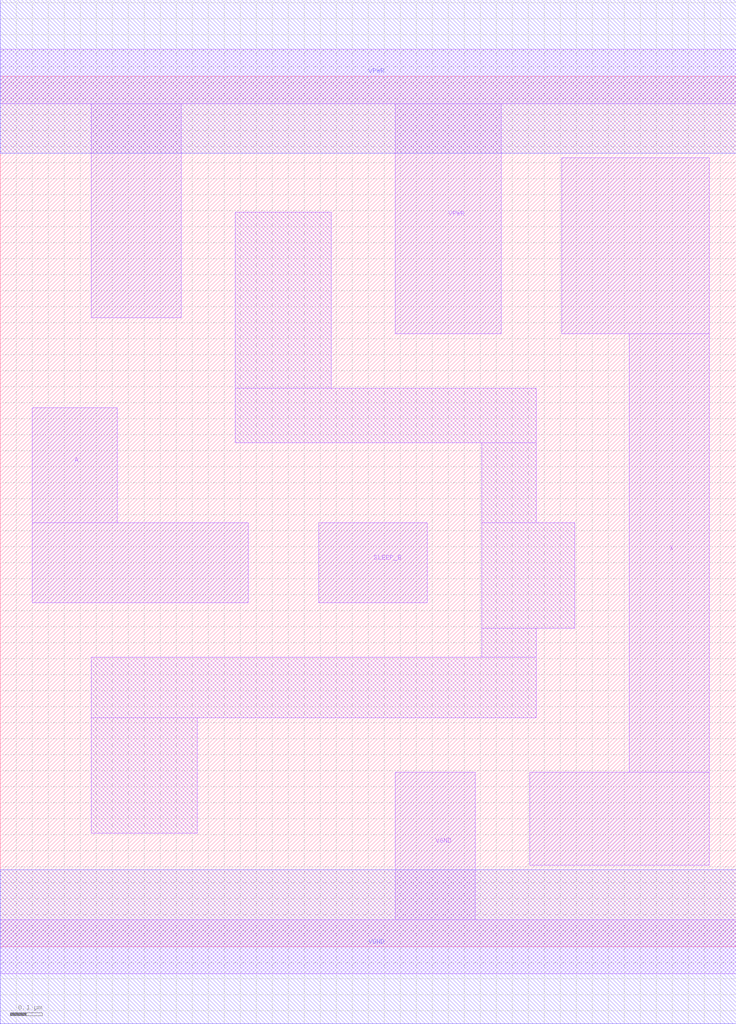
<source format=lef>
# Copyright 2020 The SkyWater PDK Authors
#
# Licensed under the Apache License, Version 2.0 (the "License");
# you may not use this file except in compliance with the License.
# You may obtain a copy of the License at
#
#     https://www.apache.org/licenses/LICENSE-2.0
#
# Unless required by applicable law or agreed to in writing, software
# distributed under the License is distributed on an "AS IS" BASIS,
# WITHOUT WARRANTIES OR CONDITIONS OF ANY KIND, either express or implied.
# See the License for the specific language governing permissions and
# limitations under the License.
#
# SPDX-License-Identifier: Apache-2.0

VERSION 5.5 ;
NAMESCASESENSITIVE ON ;
BUSBITCHARS "[]" ;
DIVIDERCHAR "/" ;
MACRO sky130_fd_sc_hd__lpflow_inputiso0n_1
  CLASS CORE ;
  SOURCE USER ;
  ORIGIN  0.000000  0.000000 ;
  SIZE  2.300000 BY  2.720000 ;
  SYMMETRY X Y R90 ;
  SITE unithd ;
  PIN A
    ANTENNAGATEAREA  0.126000 ;
    DIRECTION INPUT ;
    USE SIGNAL ;
    PORT
      LAYER li1 ;
        RECT 0.100000 1.075000 0.775000 1.325000 ;
        RECT 0.100000 1.325000 0.365000 1.685000 ;
    END
  END A
  PIN SLEEP_B
    ANTENNAGATEAREA  0.126000 ;
    DIRECTION INPUT ;
    USE SIGNAL ;
    PORT
      LAYER li1 ;
        RECT 0.995000 1.075000 1.335000 1.325000 ;
    END
  END SLEEP_B
  PIN X
    ANTENNADIFFAREA  0.657000 ;
    DIRECTION OUTPUT ;
    USE SIGNAL ;
    PORT
      LAYER li1 ;
        RECT 1.655000 0.255000 2.215000 0.545000 ;
        RECT 1.755000 1.915000 2.215000 2.465000 ;
        RECT 1.965000 0.545000 2.215000 1.915000 ;
    END
  END X
  PIN VGND
    DIRECTION INOUT ;
    SHAPE ABUTMENT ;
    USE GROUND ;
    PORT
      LAYER li1 ;
        RECT 0.000000 -0.085000 2.300000 0.085000 ;
        RECT 1.235000  0.085000 1.485000 0.545000 ;
    END
    PORT
      LAYER met1 ;
        RECT 0.000000 -0.240000 2.300000 0.240000 ;
    END
  END VGND
  PIN VPWR
    DIRECTION INOUT ;
    SHAPE ABUTMENT ;
    USE POWER ;
    PORT
      LAYER li1 ;
        RECT 0.000000 2.635000 2.300000 2.805000 ;
        RECT 0.285000 1.965000 0.565000 2.635000 ;
        RECT 1.235000 1.915000 1.565000 2.635000 ;
    END
    PORT
      LAYER met1 ;
        RECT 0.000000 2.480000 2.300000 2.960000 ;
    END
  END VPWR
  OBS
    LAYER li1 ;
      RECT 0.285000 0.355000 0.615000 0.715000 ;
      RECT 0.285000 0.715000 1.675000 0.905000 ;
      RECT 0.735000 1.575000 1.675000 1.745000 ;
      RECT 0.735000 1.745000 1.035000 2.295000 ;
      RECT 1.505000 0.905000 1.675000 0.995000 ;
      RECT 1.505000 0.995000 1.795000 1.325000 ;
      RECT 1.505000 1.325000 1.675000 1.575000 ;
  END
END sky130_fd_sc_hd__lpflow_inputiso0n_1

</source>
